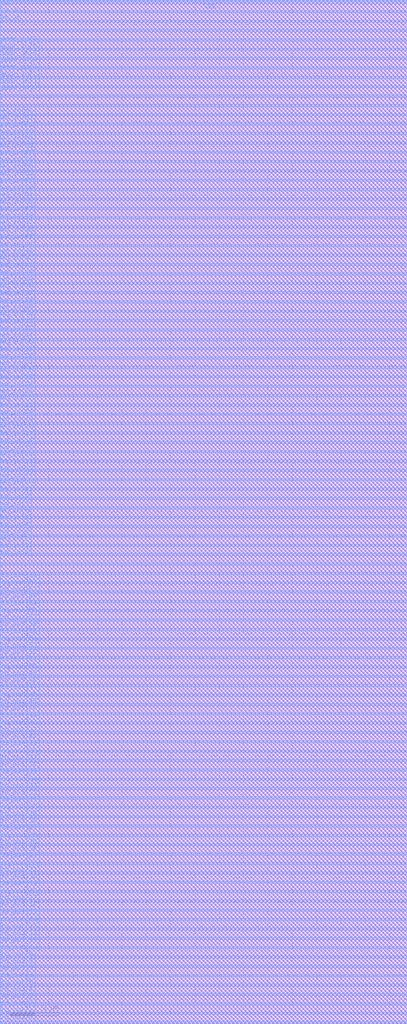
<source format=lef>
# Generated by FakeRAM 2.0
VERSION 5.7 ;
BUSBITCHARS "[]" ;
PROPERTYDEFINITIONS
  MACRO width INTEGER ;
  MACRO depth INTEGER ;
  MACRO banks INTEGER ;
END PROPERTYDEFINITIONS
MACRO fakeram_256x64_bottom
  PROPERTY width 64 ;
  PROPERTY depth 256 ;
  PROPERTY banks 2 ;
  FOREIGN fakeram_256x64_bottom 0 0 ;
  SYMMETRY X Y R90 ;
  SIZE 16.720 BY 42.000 ;
  CLASS BLOCK ;
  PIN rd_out[0]
    DIRECTION OUTPUT ;
    USE SIGNAL ;
    SHAPE ABUTMENT ;
    PORT
      LAYER M4 ;
      RECT 0.000 0.048 0.024 0.072 ;
    END
  END rd_out[0]
  PIN rd_out[1]
    DIRECTION OUTPUT ;
    USE SIGNAL ;
    SHAPE ABUTMENT ;
    PORT
      LAYER M4 ;
      RECT 0.000 0.336 0.024 0.360 ;
    END
  END rd_out[1]
  PIN rd_out[2]
    DIRECTION OUTPUT ;
    USE SIGNAL ;
    SHAPE ABUTMENT ;
    PORT
      LAYER M4 ;
      RECT 0.000 0.624 0.024 0.648 ;
    END
  END rd_out[2]
  PIN rd_out[3]
    DIRECTION OUTPUT ;
    USE SIGNAL ;
    SHAPE ABUTMENT ;
    PORT
      LAYER M4 ;
      RECT 0.000 0.912 0.024 0.936 ;
    END
  END rd_out[3]
  PIN rd_out[4]
    DIRECTION OUTPUT ;
    USE SIGNAL ;
    SHAPE ABUTMENT ;
    PORT
      LAYER M4 ;
      RECT 0.000 1.200 0.024 1.224 ;
    END
  END rd_out[4]
  PIN rd_out[5]
    DIRECTION OUTPUT ;
    USE SIGNAL ;
    SHAPE ABUTMENT ;
    PORT
      LAYER M4 ;
      RECT 0.000 1.488 0.024 1.512 ;
    END
  END rd_out[5]
  PIN rd_out[6]
    DIRECTION OUTPUT ;
    USE SIGNAL ;
    SHAPE ABUTMENT ;
    PORT
      LAYER M4 ;
      RECT 0.000 1.776 0.024 1.800 ;
    END
  END rd_out[6]
  PIN rd_out[7]
    DIRECTION OUTPUT ;
    USE SIGNAL ;
    SHAPE ABUTMENT ;
    PORT
      LAYER M4 ;
      RECT 0.000 2.064 0.024 2.088 ;
    END
  END rd_out[7]
  PIN rd_out[8]
    DIRECTION OUTPUT ;
    USE SIGNAL ;
    SHAPE ABUTMENT ;
    PORT
      LAYER M4 ;
      RECT 0.000 2.352 0.024 2.376 ;
    END
  END rd_out[8]
  PIN rd_out[9]
    DIRECTION OUTPUT ;
    USE SIGNAL ;
    SHAPE ABUTMENT ;
    PORT
      LAYER M4 ;
      RECT 0.000 2.640 0.024 2.664 ;
    END
  END rd_out[9]
  PIN rd_out[10]
    DIRECTION OUTPUT ;
    USE SIGNAL ;
    SHAPE ABUTMENT ;
    PORT
      LAYER M4 ;
      RECT 0.000 2.928 0.024 2.952 ;
    END
  END rd_out[10]
  PIN rd_out[11]
    DIRECTION OUTPUT ;
    USE SIGNAL ;
    SHAPE ABUTMENT ;
    PORT
      LAYER M4 ;
      RECT 0.000 3.216 0.024 3.240 ;
    END
  END rd_out[11]
  PIN rd_out[12]
    DIRECTION OUTPUT ;
    USE SIGNAL ;
    SHAPE ABUTMENT ;
    PORT
      LAYER M4 ;
      RECT 0.000 3.504 0.024 3.528 ;
    END
  END rd_out[12]
  PIN rd_out[13]
    DIRECTION OUTPUT ;
    USE SIGNAL ;
    SHAPE ABUTMENT ;
    PORT
      LAYER M4 ;
      RECT 0.000 3.792 0.024 3.816 ;
    END
  END rd_out[13]
  PIN rd_out[14]
    DIRECTION OUTPUT ;
    USE SIGNAL ;
    SHAPE ABUTMENT ;
    PORT
      LAYER M4 ;
      RECT 0.000 4.080 0.024 4.104 ;
    END
  END rd_out[14]
  PIN rd_out[15]
    DIRECTION OUTPUT ;
    USE SIGNAL ;
    SHAPE ABUTMENT ;
    PORT
      LAYER M4 ;
      RECT 0.000 4.368 0.024 4.392 ;
    END
  END rd_out[15]
  PIN rd_out[16]
    DIRECTION OUTPUT ;
    USE SIGNAL ;
    SHAPE ABUTMENT ;
    PORT
      LAYER M4 ;
      RECT 0.000 4.656 0.024 4.680 ;
    END
  END rd_out[16]
  PIN rd_out[17]
    DIRECTION OUTPUT ;
    USE SIGNAL ;
    SHAPE ABUTMENT ;
    PORT
      LAYER M4 ;
      RECT 0.000 4.944 0.024 4.968 ;
    END
  END rd_out[17]
  PIN rd_out[18]
    DIRECTION OUTPUT ;
    USE SIGNAL ;
    SHAPE ABUTMENT ;
    PORT
      LAYER M4 ;
      RECT 0.000 5.232 0.024 5.256 ;
    END
  END rd_out[18]
  PIN rd_out[19]
    DIRECTION OUTPUT ;
    USE SIGNAL ;
    SHAPE ABUTMENT ;
    PORT
      LAYER M4 ;
      RECT 0.000 5.520 0.024 5.544 ;
    END
  END rd_out[19]
  PIN rd_out[20]
    DIRECTION OUTPUT ;
    USE SIGNAL ;
    SHAPE ABUTMENT ;
    PORT
      LAYER M4 ;
      RECT 0.000 5.808 0.024 5.832 ;
    END
  END rd_out[20]
  PIN rd_out[21]
    DIRECTION OUTPUT ;
    USE SIGNAL ;
    SHAPE ABUTMENT ;
    PORT
      LAYER M4 ;
      RECT 0.000 6.096 0.024 6.120 ;
    END
  END rd_out[21]
  PIN rd_out[22]
    DIRECTION OUTPUT ;
    USE SIGNAL ;
    SHAPE ABUTMENT ;
    PORT
      LAYER M4 ;
      RECT 0.000 6.384 0.024 6.408 ;
    END
  END rd_out[22]
  PIN rd_out[23]
    DIRECTION OUTPUT ;
    USE SIGNAL ;
    SHAPE ABUTMENT ;
    PORT
      LAYER M4 ;
      RECT 0.000 6.672 0.024 6.696 ;
    END
  END rd_out[23]
  PIN rd_out[24]
    DIRECTION OUTPUT ;
    USE SIGNAL ;
    SHAPE ABUTMENT ;
    PORT
      LAYER M4 ;
      RECT 0.000 6.960 0.024 6.984 ;
    END
  END rd_out[24]
  PIN rd_out[25]
    DIRECTION OUTPUT ;
    USE SIGNAL ;
    SHAPE ABUTMENT ;
    PORT
      LAYER M4 ;
      RECT 0.000 7.248 0.024 7.272 ;
    END
  END rd_out[25]
  PIN rd_out[26]
    DIRECTION OUTPUT ;
    USE SIGNAL ;
    SHAPE ABUTMENT ;
    PORT
      LAYER M4 ;
      RECT 0.000 7.536 0.024 7.560 ;
    END
  END rd_out[26]
  PIN rd_out[27]
    DIRECTION OUTPUT ;
    USE SIGNAL ;
    SHAPE ABUTMENT ;
    PORT
      LAYER M4 ;
      RECT 0.000 7.824 0.024 7.848 ;
    END
  END rd_out[27]
  PIN rd_out[28]
    DIRECTION OUTPUT ;
    USE SIGNAL ;
    SHAPE ABUTMENT ;
    PORT
      LAYER M4 ;
      RECT 0.000 8.112 0.024 8.136 ;
    END
  END rd_out[28]
  PIN rd_out[29]
    DIRECTION OUTPUT ;
    USE SIGNAL ;
    SHAPE ABUTMENT ;
    PORT
      LAYER M4 ;
      RECT 0.000 8.400 0.024 8.424 ;
    END
  END rd_out[29]
  PIN rd_out[30]
    DIRECTION OUTPUT ;
    USE SIGNAL ;
    SHAPE ABUTMENT ;
    PORT
      LAYER M4 ;
      RECT 0.000 8.688 0.024 8.712 ;
    END
  END rd_out[30]
  PIN rd_out[31]
    DIRECTION OUTPUT ;
    USE SIGNAL ;
    SHAPE ABUTMENT ;
    PORT
      LAYER M4 ;
      RECT 0.000 8.976 0.024 9.000 ;
    END
  END rd_out[31]
  PIN rd_out[32]
    DIRECTION OUTPUT ;
    USE SIGNAL ;
    SHAPE ABUTMENT ;
    PORT
      LAYER M4 ;
      RECT 0.000 9.264 0.024 9.288 ;
    END
  END rd_out[32]
  PIN rd_out[33]
    DIRECTION OUTPUT ;
    USE SIGNAL ;
    SHAPE ABUTMENT ;
    PORT
      LAYER M4 ;
      RECT 0.000 9.552 0.024 9.576 ;
    END
  END rd_out[33]
  PIN rd_out[34]
    DIRECTION OUTPUT ;
    USE SIGNAL ;
    SHAPE ABUTMENT ;
    PORT
      LAYER M4 ;
      RECT 0.000 9.840 0.024 9.864 ;
    END
  END rd_out[34]
  PIN rd_out[35]
    DIRECTION OUTPUT ;
    USE SIGNAL ;
    SHAPE ABUTMENT ;
    PORT
      LAYER M4 ;
      RECT 0.000 10.128 0.024 10.152 ;
    END
  END rd_out[35]
  PIN rd_out[36]
    DIRECTION OUTPUT ;
    USE SIGNAL ;
    SHAPE ABUTMENT ;
    PORT
      LAYER M4 ;
      RECT 0.000 10.416 0.024 10.440 ;
    END
  END rd_out[36]
  PIN rd_out[37]
    DIRECTION OUTPUT ;
    USE SIGNAL ;
    SHAPE ABUTMENT ;
    PORT
      LAYER M4 ;
      RECT 0.000 10.704 0.024 10.728 ;
    END
  END rd_out[37]
  PIN rd_out[38]
    DIRECTION OUTPUT ;
    USE SIGNAL ;
    SHAPE ABUTMENT ;
    PORT
      LAYER M4 ;
      RECT 0.000 10.992 0.024 11.016 ;
    END
  END rd_out[38]
  PIN rd_out[39]
    DIRECTION OUTPUT ;
    USE SIGNAL ;
    SHAPE ABUTMENT ;
    PORT
      LAYER M4 ;
      RECT 0.000 11.280 0.024 11.304 ;
    END
  END rd_out[39]
  PIN rd_out[40]
    DIRECTION OUTPUT ;
    USE SIGNAL ;
    SHAPE ABUTMENT ;
    PORT
      LAYER M4 ;
      RECT 0.000 11.568 0.024 11.592 ;
    END
  END rd_out[40]
  PIN rd_out[41]
    DIRECTION OUTPUT ;
    USE SIGNAL ;
    SHAPE ABUTMENT ;
    PORT
      LAYER M4 ;
      RECT 0.000 11.856 0.024 11.880 ;
    END
  END rd_out[41]
  PIN rd_out[42]
    DIRECTION OUTPUT ;
    USE SIGNAL ;
    SHAPE ABUTMENT ;
    PORT
      LAYER M4 ;
      RECT 0.000 12.144 0.024 12.168 ;
    END
  END rd_out[42]
  PIN rd_out[43]
    DIRECTION OUTPUT ;
    USE SIGNAL ;
    SHAPE ABUTMENT ;
    PORT
      LAYER M4 ;
      RECT 0.000 12.432 0.024 12.456 ;
    END
  END rd_out[43]
  PIN rd_out[44]
    DIRECTION OUTPUT ;
    USE SIGNAL ;
    SHAPE ABUTMENT ;
    PORT
      LAYER M4 ;
      RECT 0.000 12.720 0.024 12.744 ;
    END
  END rd_out[44]
  PIN rd_out[45]
    DIRECTION OUTPUT ;
    USE SIGNAL ;
    SHAPE ABUTMENT ;
    PORT
      LAYER M4 ;
      RECT 0.000 13.008 0.024 13.032 ;
    END
  END rd_out[45]
  PIN rd_out[46]
    DIRECTION OUTPUT ;
    USE SIGNAL ;
    SHAPE ABUTMENT ;
    PORT
      LAYER M4 ;
      RECT 0.000 13.296 0.024 13.320 ;
    END
  END rd_out[46]
  PIN rd_out[47]
    DIRECTION OUTPUT ;
    USE SIGNAL ;
    SHAPE ABUTMENT ;
    PORT
      LAYER M4 ;
      RECT 0.000 13.584 0.024 13.608 ;
    END
  END rd_out[47]
  PIN rd_out[48]
    DIRECTION OUTPUT ;
    USE SIGNAL ;
    SHAPE ABUTMENT ;
    PORT
      LAYER M4 ;
      RECT 0.000 13.872 0.024 13.896 ;
    END
  END rd_out[48]
  PIN rd_out[49]
    DIRECTION OUTPUT ;
    USE SIGNAL ;
    SHAPE ABUTMENT ;
    PORT
      LAYER M4 ;
      RECT 0.000 14.160 0.024 14.184 ;
    END
  END rd_out[49]
  PIN rd_out[50]
    DIRECTION OUTPUT ;
    USE SIGNAL ;
    SHAPE ABUTMENT ;
    PORT
      LAYER M4 ;
      RECT 0.000 14.448 0.024 14.472 ;
    END
  END rd_out[50]
  PIN rd_out[51]
    DIRECTION OUTPUT ;
    USE SIGNAL ;
    SHAPE ABUTMENT ;
    PORT
      LAYER M4 ;
      RECT 0.000 14.736 0.024 14.760 ;
    END
  END rd_out[51]
  PIN rd_out[52]
    DIRECTION OUTPUT ;
    USE SIGNAL ;
    SHAPE ABUTMENT ;
    PORT
      LAYER M4 ;
      RECT 0.000 15.024 0.024 15.048 ;
    END
  END rd_out[52]
  PIN rd_out[53]
    DIRECTION OUTPUT ;
    USE SIGNAL ;
    SHAPE ABUTMENT ;
    PORT
      LAYER M4 ;
      RECT 0.000 15.312 0.024 15.336 ;
    END
  END rd_out[53]
  PIN rd_out[54]
    DIRECTION OUTPUT ;
    USE SIGNAL ;
    SHAPE ABUTMENT ;
    PORT
      LAYER M4 ;
      RECT 0.000 15.600 0.024 15.624 ;
    END
  END rd_out[54]
  PIN rd_out[55]
    DIRECTION OUTPUT ;
    USE SIGNAL ;
    SHAPE ABUTMENT ;
    PORT
      LAYER M4 ;
      RECT 0.000 15.888 0.024 15.912 ;
    END
  END rd_out[55]
  PIN rd_out[56]
    DIRECTION OUTPUT ;
    USE SIGNAL ;
    SHAPE ABUTMENT ;
    PORT
      LAYER M4 ;
      RECT 0.000 16.176 0.024 16.200 ;
    END
  END rd_out[56]
  PIN rd_out[57]
    DIRECTION OUTPUT ;
    USE SIGNAL ;
    SHAPE ABUTMENT ;
    PORT
      LAYER M4 ;
      RECT 0.000 16.464 0.024 16.488 ;
    END
  END rd_out[57]
  PIN rd_out[58]
    DIRECTION OUTPUT ;
    USE SIGNAL ;
    SHAPE ABUTMENT ;
    PORT
      LAYER M4 ;
      RECT 0.000 16.752 0.024 16.776 ;
    END
  END rd_out[58]
  PIN rd_out[59]
    DIRECTION OUTPUT ;
    USE SIGNAL ;
    SHAPE ABUTMENT ;
    PORT
      LAYER M4 ;
      RECT 0.000 17.040 0.024 17.064 ;
    END
  END rd_out[59]
  PIN rd_out[60]
    DIRECTION OUTPUT ;
    USE SIGNAL ;
    SHAPE ABUTMENT ;
    PORT
      LAYER M4 ;
      RECT 0.000 17.328 0.024 17.352 ;
    END
  END rd_out[60]
  PIN rd_out[61]
    DIRECTION OUTPUT ;
    USE SIGNAL ;
    SHAPE ABUTMENT ;
    PORT
      LAYER M4 ;
      RECT 0.000 17.616 0.024 17.640 ;
    END
  END rd_out[61]
  PIN rd_out[62]
    DIRECTION OUTPUT ;
    USE SIGNAL ;
    SHAPE ABUTMENT ;
    PORT
      LAYER M4 ;
      RECT 0.000 17.904 0.024 17.928 ;
    END
  END rd_out[62]
  PIN rd_out[63]
    DIRECTION OUTPUT ;
    USE SIGNAL ;
    SHAPE ABUTMENT ;
    PORT
      LAYER M4 ;
      RECT 0.000 18.192 0.024 18.216 ;
    END
  END rd_out[63]
  PIN wd_in[0]
    DIRECTION INPUT ;
    USE SIGNAL ;
    SHAPE ABUTMENT ;
    PORT
      LAYER M4 ;
      RECT 0.000 19.104 0.024 19.128 ;
    END
  END wd_in[0]
  PIN wd_in[1]
    DIRECTION INPUT ;
    USE SIGNAL ;
    SHAPE ABUTMENT ;
    PORT
      LAYER M4 ;
      RECT 0.000 19.392 0.024 19.416 ;
    END
  END wd_in[1]
  PIN wd_in[2]
    DIRECTION INPUT ;
    USE SIGNAL ;
    SHAPE ABUTMENT ;
    PORT
      LAYER M4 ;
      RECT 0.000 19.680 0.024 19.704 ;
    END
  END wd_in[2]
  PIN wd_in[3]
    DIRECTION INPUT ;
    USE SIGNAL ;
    SHAPE ABUTMENT ;
    PORT
      LAYER M4 ;
      RECT 0.000 19.968 0.024 19.992 ;
    END
  END wd_in[3]
  PIN wd_in[4]
    DIRECTION INPUT ;
    USE SIGNAL ;
    SHAPE ABUTMENT ;
    PORT
      LAYER M4 ;
      RECT 0.000 20.256 0.024 20.280 ;
    END
  END wd_in[4]
  PIN wd_in[5]
    DIRECTION INPUT ;
    USE SIGNAL ;
    SHAPE ABUTMENT ;
    PORT
      LAYER M4 ;
      RECT 0.000 20.544 0.024 20.568 ;
    END
  END wd_in[5]
  PIN wd_in[6]
    DIRECTION INPUT ;
    USE SIGNAL ;
    SHAPE ABUTMENT ;
    PORT
      LAYER M4 ;
      RECT 0.000 20.832 0.024 20.856 ;
    END
  END wd_in[6]
  PIN wd_in[7]
    DIRECTION INPUT ;
    USE SIGNAL ;
    SHAPE ABUTMENT ;
    PORT
      LAYER M4 ;
      RECT 0.000 21.120 0.024 21.144 ;
    END
  END wd_in[7]
  PIN wd_in[8]
    DIRECTION INPUT ;
    USE SIGNAL ;
    SHAPE ABUTMENT ;
    PORT
      LAYER M4 ;
      RECT 0.000 21.408 0.024 21.432 ;
    END
  END wd_in[8]
  PIN wd_in[9]
    DIRECTION INPUT ;
    USE SIGNAL ;
    SHAPE ABUTMENT ;
    PORT
      LAYER M4 ;
      RECT 0.000 21.696 0.024 21.720 ;
    END
  END wd_in[9]
  PIN wd_in[10]
    DIRECTION INPUT ;
    USE SIGNAL ;
    SHAPE ABUTMENT ;
    PORT
      LAYER M4 ;
      RECT 0.000 21.984 0.024 22.008 ;
    END
  END wd_in[10]
  PIN wd_in[11]
    DIRECTION INPUT ;
    USE SIGNAL ;
    SHAPE ABUTMENT ;
    PORT
      LAYER M4 ;
      RECT 0.000 22.272 0.024 22.296 ;
    END
  END wd_in[11]
  PIN wd_in[12]
    DIRECTION INPUT ;
    USE SIGNAL ;
    SHAPE ABUTMENT ;
    PORT
      LAYER M4 ;
      RECT 0.000 22.560 0.024 22.584 ;
    END
  END wd_in[12]
  PIN wd_in[13]
    DIRECTION INPUT ;
    USE SIGNAL ;
    SHAPE ABUTMENT ;
    PORT
      LAYER M4 ;
      RECT 0.000 22.848 0.024 22.872 ;
    END
  END wd_in[13]
  PIN wd_in[14]
    DIRECTION INPUT ;
    USE SIGNAL ;
    SHAPE ABUTMENT ;
    PORT
      LAYER M4 ;
      RECT 0.000 23.136 0.024 23.160 ;
    END
  END wd_in[14]
  PIN wd_in[15]
    DIRECTION INPUT ;
    USE SIGNAL ;
    SHAPE ABUTMENT ;
    PORT
      LAYER M4 ;
      RECT 0.000 23.424 0.024 23.448 ;
    END
  END wd_in[15]
  PIN wd_in[16]
    DIRECTION INPUT ;
    USE SIGNAL ;
    SHAPE ABUTMENT ;
    PORT
      LAYER M4 ;
      RECT 0.000 23.712 0.024 23.736 ;
    END
  END wd_in[16]
  PIN wd_in[17]
    DIRECTION INPUT ;
    USE SIGNAL ;
    SHAPE ABUTMENT ;
    PORT
      LAYER M4 ;
      RECT 0.000 24.000 0.024 24.024 ;
    END
  END wd_in[17]
  PIN wd_in[18]
    DIRECTION INPUT ;
    USE SIGNAL ;
    SHAPE ABUTMENT ;
    PORT
      LAYER M4 ;
      RECT 0.000 24.288 0.024 24.312 ;
    END
  END wd_in[18]
  PIN wd_in[19]
    DIRECTION INPUT ;
    USE SIGNAL ;
    SHAPE ABUTMENT ;
    PORT
      LAYER M4 ;
      RECT 0.000 24.576 0.024 24.600 ;
    END
  END wd_in[19]
  PIN wd_in[20]
    DIRECTION INPUT ;
    USE SIGNAL ;
    SHAPE ABUTMENT ;
    PORT
      LAYER M4 ;
      RECT 0.000 24.864 0.024 24.888 ;
    END
  END wd_in[20]
  PIN wd_in[21]
    DIRECTION INPUT ;
    USE SIGNAL ;
    SHAPE ABUTMENT ;
    PORT
      LAYER M4 ;
      RECT 0.000 25.152 0.024 25.176 ;
    END
  END wd_in[21]
  PIN wd_in[22]
    DIRECTION INPUT ;
    USE SIGNAL ;
    SHAPE ABUTMENT ;
    PORT
      LAYER M4 ;
      RECT 0.000 25.440 0.024 25.464 ;
    END
  END wd_in[22]
  PIN wd_in[23]
    DIRECTION INPUT ;
    USE SIGNAL ;
    SHAPE ABUTMENT ;
    PORT
      LAYER M4 ;
      RECT 0.000 25.728 0.024 25.752 ;
    END
  END wd_in[23]
  PIN wd_in[24]
    DIRECTION INPUT ;
    USE SIGNAL ;
    SHAPE ABUTMENT ;
    PORT
      LAYER M4 ;
      RECT 0.000 26.016 0.024 26.040 ;
    END
  END wd_in[24]
  PIN wd_in[25]
    DIRECTION INPUT ;
    USE SIGNAL ;
    SHAPE ABUTMENT ;
    PORT
      LAYER M4 ;
      RECT 0.000 26.304 0.024 26.328 ;
    END
  END wd_in[25]
  PIN wd_in[26]
    DIRECTION INPUT ;
    USE SIGNAL ;
    SHAPE ABUTMENT ;
    PORT
      LAYER M4 ;
      RECT 0.000 26.592 0.024 26.616 ;
    END
  END wd_in[26]
  PIN wd_in[27]
    DIRECTION INPUT ;
    USE SIGNAL ;
    SHAPE ABUTMENT ;
    PORT
      LAYER M4 ;
      RECT 0.000 26.880 0.024 26.904 ;
    END
  END wd_in[27]
  PIN wd_in[28]
    DIRECTION INPUT ;
    USE SIGNAL ;
    SHAPE ABUTMENT ;
    PORT
      LAYER M4 ;
      RECT 0.000 27.168 0.024 27.192 ;
    END
  END wd_in[28]
  PIN wd_in[29]
    DIRECTION INPUT ;
    USE SIGNAL ;
    SHAPE ABUTMENT ;
    PORT
      LAYER M4 ;
      RECT 0.000 27.456 0.024 27.480 ;
    END
  END wd_in[29]
  PIN wd_in[30]
    DIRECTION INPUT ;
    USE SIGNAL ;
    SHAPE ABUTMENT ;
    PORT
      LAYER M4 ;
      RECT 0.000 27.744 0.024 27.768 ;
    END
  END wd_in[30]
  PIN wd_in[31]
    DIRECTION INPUT ;
    USE SIGNAL ;
    SHAPE ABUTMENT ;
    PORT
      LAYER M4 ;
      RECT 0.000 28.032 0.024 28.056 ;
    END
  END wd_in[31]
  PIN wd_in[32]
    DIRECTION INPUT ;
    USE SIGNAL ;
    SHAPE ABUTMENT ;
    PORT
      LAYER M4 ;
      RECT 0.000 28.320 0.024 28.344 ;
    END
  END wd_in[32]
  PIN wd_in[33]
    DIRECTION INPUT ;
    USE SIGNAL ;
    SHAPE ABUTMENT ;
    PORT
      LAYER M4 ;
      RECT 0.000 28.608 0.024 28.632 ;
    END
  END wd_in[33]
  PIN wd_in[34]
    DIRECTION INPUT ;
    USE SIGNAL ;
    SHAPE ABUTMENT ;
    PORT
      LAYER M4 ;
      RECT 0.000 28.896 0.024 28.920 ;
    END
  END wd_in[34]
  PIN wd_in[35]
    DIRECTION INPUT ;
    USE SIGNAL ;
    SHAPE ABUTMENT ;
    PORT
      LAYER M4 ;
      RECT 0.000 29.184 0.024 29.208 ;
    END
  END wd_in[35]
  PIN wd_in[36]
    DIRECTION INPUT ;
    USE SIGNAL ;
    SHAPE ABUTMENT ;
    PORT
      LAYER M4 ;
      RECT 0.000 29.472 0.024 29.496 ;
    END
  END wd_in[36]
  PIN wd_in[37]
    DIRECTION INPUT ;
    USE SIGNAL ;
    SHAPE ABUTMENT ;
    PORT
      LAYER M4 ;
      RECT 0.000 29.760 0.024 29.784 ;
    END
  END wd_in[37]
  PIN wd_in[38]
    DIRECTION INPUT ;
    USE SIGNAL ;
    SHAPE ABUTMENT ;
    PORT
      LAYER M4 ;
      RECT 0.000 30.048 0.024 30.072 ;
    END
  END wd_in[38]
  PIN wd_in[39]
    DIRECTION INPUT ;
    USE SIGNAL ;
    SHAPE ABUTMENT ;
    PORT
      LAYER M4 ;
      RECT 0.000 30.336 0.024 30.360 ;
    END
  END wd_in[39]
  PIN wd_in[40]
    DIRECTION INPUT ;
    USE SIGNAL ;
    SHAPE ABUTMENT ;
    PORT
      LAYER M4 ;
      RECT 0.000 30.624 0.024 30.648 ;
    END
  END wd_in[40]
  PIN wd_in[41]
    DIRECTION INPUT ;
    USE SIGNAL ;
    SHAPE ABUTMENT ;
    PORT
      LAYER M4 ;
      RECT 0.000 30.912 0.024 30.936 ;
    END
  END wd_in[41]
  PIN wd_in[42]
    DIRECTION INPUT ;
    USE SIGNAL ;
    SHAPE ABUTMENT ;
    PORT
      LAYER M4 ;
      RECT 0.000 31.200 0.024 31.224 ;
    END
  END wd_in[42]
  PIN wd_in[43]
    DIRECTION INPUT ;
    USE SIGNAL ;
    SHAPE ABUTMENT ;
    PORT
      LAYER M4 ;
      RECT 0.000 31.488 0.024 31.512 ;
    END
  END wd_in[43]
  PIN wd_in[44]
    DIRECTION INPUT ;
    USE SIGNAL ;
    SHAPE ABUTMENT ;
    PORT
      LAYER M4 ;
      RECT 0.000 31.776 0.024 31.800 ;
    END
  END wd_in[44]
  PIN wd_in[45]
    DIRECTION INPUT ;
    USE SIGNAL ;
    SHAPE ABUTMENT ;
    PORT
      LAYER M4 ;
      RECT 0.000 32.064 0.024 32.088 ;
    END
  END wd_in[45]
  PIN wd_in[46]
    DIRECTION INPUT ;
    USE SIGNAL ;
    SHAPE ABUTMENT ;
    PORT
      LAYER M4 ;
      RECT 0.000 32.352 0.024 32.376 ;
    END
  END wd_in[46]
  PIN wd_in[47]
    DIRECTION INPUT ;
    USE SIGNAL ;
    SHAPE ABUTMENT ;
    PORT
      LAYER M4 ;
      RECT 0.000 32.640 0.024 32.664 ;
    END
  END wd_in[47]
  PIN wd_in[48]
    DIRECTION INPUT ;
    USE SIGNAL ;
    SHAPE ABUTMENT ;
    PORT
      LAYER M4 ;
      RECT 0.000 32.928 0.024 32.952 ;
    END
  END wd_in[48]
  PIN wd_in[49]
    DIRECTION INPUT ;
    USE SIGNAL ;
    SHAPE ABUTMENT ;
    PORT
      LAYER M4 ;
      RECT 0.000 33.216 0.024 33.240 ;
    END
  END wd_in[49]
  PIN wd_in[50]
    DIRECTION INPUT ;
    USE SIGNAL ;
    SHAPE ABUTMENT ;
    PORT
      LAYER M4 ;
      RECT 0.000 33.504 0.024 33.528 ;
    END
  END wd_in[50]
  PIN wd_in[51]
    DIRECTION INPUT ;
    USE SIGNAL ;
    SHAPE ABUTMENT ;
    PORT
      LAYER M4 ;
      RECT 0.000 33.792 0.024 33.816 ;
    END
  END wd_in[51]
  PIN wd_in[52]
    DIRECTION INPUT ;
    USE SIGNAL ;
    SHAPE ABUTMENT ;
    PORT
      LAYER M4 ;
      RECT 0.000 34.080 0.024 34.104 ;
    END
  END wd_in[52]
  PIN wd_in[53]
    DIRECTION INPUT ;
    USE SIGNAL ;
    SHAPE ABUTMENT ;
    PORT
      LAYER M4 ;
      RECT 0.000 34.368 0.024 34.392 ;
    END
  END wd_in[53]
  PIN wd_in[54]
    DIRECTION INPUT ;
    USE SIGNAL ;
    SHAPE ABUTMENT ;
    PORT
      LAYER M4 ;
      RECT 0.000 34.656 0.024 34.680 ;
    END
  END wd_in[54]
  PIN wd_in[55]
    DIRECTION INPUT ;
    USE SIGNAL ;
    SHAPE ABUTMENT ;
    PORT
      LAYER M4 ;
      RECT 0.000 34.944 0.024 34.968 ;
    END
  END wd_in[55]
  PIN wd_in[56]
    DIRECTION INPUT ;
    USE SIGNAL ;
    SHAPE ABUTMENT ;
    PORT
      LAYER M4 ;
      RECT 0.000 35.232 0.024 35.256 ;
    END
  END wd_in[56]
  PIN wd_in[57]
    DIRECTION INPUT ;
    USE SIGNAL ;
    SHAPE ABUTMENT ;
    PORT
      LAYER M4 ;
      RECT 0.000 35.520 0.024 35.544 ;
    END
  END wd_in[57]
  PIN wd_in[58]
    DIRECTION INPUT ;
    USE SIGNAL ;
    SHAPE ABUTMENT ;
    PORT
      LAYER M4 ;
      RECT 0.000 35.808 0.024 35.832 ;
    END
  END wd_in[58]
  PIN wd_in[59]
    DIRECTION INPUT ;
    USE SIGNAL ;
    SHAPE ABUTMENT ;
    PORT
      LAYER M4 ;
      RECT 0.000 36.096 0.024 36.120 ;
    END
  END wd_in[59]
  PIN wd_in[60]
    DIRECTION INPUT ;
    USE SIGNAL ;
    SHAPE ABUTMENT ;
    PORT
      LAYER M4 ;
      RECT 0.000 36.384 0.024 36.408 ;
    END
  END wd_in[60]
  PIN wd_in[61]
    DIRECTION INPUT ;
    USE SIGNAL ;
    SHAPE ABUTMENT ;
    PORT
      LAYER M4 ;
      RECT 0.000 36.672 0.024 36.696 ;
    END
  END wd_in[61]
  PIN wd_in[62]
    DIRECTION INPUT ;
    USE SIGNAL ;
    SHAPE ABUTMENT ;
    PORT
      LAYER M4 ;
      RECT 0.000 36.960 0.024 36.984 ;
    END
  END wd_in[62]
  PIN wd_in[63]
    DIRECTION INPUT ;
    USE SIGNAL ;
    SHAPE ABUTMENT ;
    PORT
      LAYER M4 ;
      RECT 0.000 37.248 0.024 37.272 ;
    END
  END wd_in[63]
  PIN addr_in[0]
    DIRECTION INPUT ;
    USE SIGNAL ;
    SHAPE ABUTMENT ;
    PORT
      LAYER M4 ;
      RECT 0.000 38.160 0.024 38.184 ;
    END
  END addr_in[0]
  PIN addr_in[1]
    DIRECTION INPUT ;
    USE SIGNAL ;
    SHAPE ABUTMENT ;
    PORT
      LAYER M4 ;
      RECT 0.000 38.448 0.024 38.472 ;
    END
  END addr_in[1]
  PIN addr_in[2]
    DIRECTION INPUT ;
    USE SIGNAL ;
    SHAPE ABUTMENT ;
    PORT
      LAYER M4 ;
      RECT 0.000 38.736 0.024 38.760 ;
    END
  END addr_in[2]
  PIN addr_in[3]
    DIRECTION INPUT ;
    USE SIGNAL ;
    SHAPE ABUTMENT ;
    PORT
      LAYER M4 ;
      RECT 0.000 39.024 0.024 39.048 ;
    END
  END addr_in[3]
  PIN addr_in[4]
    DIRECTION INPUT ;
    USE SIGNAL ;
    SHAPE ABUTMENT ;
    PORT
      LAYER M4 ;
      RECT 0.000 39.312 0.024 39.336 ;
    END
  END addr_in[4]
  PIN addr_in[5]
    DIRECTION INPUT ;
    USE SIGNAL ;
    SHAPE ABUTMENT ;
    PORT
      LAYER M4 ;
      RECT 0.000 39.600 0.024 39.624 ;
    END
  END addr_in[5]
  PIN addr_in[6]
    DIRECTION INPUT ;
    USE SIGNAL ;
    SHAPE ABUTMENT ;
    PORT
      LAYER M4 ;
      RECT 0.000 39.888 0.024 39.912 ;
    END
  END addr_in[6]
  PIN addr_in[7]
    DIRECTION INPUT ;
    USE SIGNAL ;
    SHAPE ABUTMENT ;
    PORT
      LAYER M4 ;
      RECT 0.000 40.176 0.024 40.200 ;
    END
  END addr_in[7]
  PIN we_in
    DIRECTION INPUT ;
    USE SIGNAL ;
    SHAPE ABUTMENT ;
    PORT
      LAYER M4 ;
      RECT 0.000 41.088 0.024 41.112 ;
    END
  END we_in
  PIN ce_in
    DIRECTION INPUT ;
    USE SIGNAL ;
    SHAPE ABUTMENT ;
    PORT
      LAYER M4 ;
      RECT 0.000 41.376 0.024 41.400 ;
    END
  END ce_in
  PIN clk
    DIRECTION INPUT ;
    USE SIGNAL ;
    SHAPE ABUTMENT ;
    PORT
      LAYER M4 ;
      RECT 0.000 41.664 0.024 41.688 ;
    END
  END clk
  PIN VSS
    DIRECTION INOUT ;
    USE GROUND ;
    PORT
      LAYER M4 ;
      RECT 0.048 0.000 16.672 0.096 ;
      RECT 0.048 0.768 16.672 0.864 ;
      RECT 0.048 1.536 16.672 1.632 ;
      RECT 0.048 2.304 16.672 2.400 ;
      RECT 0.048 3.072 16.672 3.168 ;
      RECT 0.048 3.840 16.672 3.936 ;
      RECT 0.048 4.608 16.672 4.704 ;
      RECT 0.048 5.376 16.672 5.472 ;
      RECT 0.048 6.144 16.672 6.240 ;
      RECT 0.048 6.912 16.672 7.008 ;
      RECT 0.048 7.680 16.672 7.776 ;
      RECT 0.048 8.448 16.672 8.544 ;
      RECT 0.048 9.216 16.672 9.312 ;
      RECT 0.048 9.984 16.672 10.080 ;
      RECT 0.048 10.752 16.672 10.848 ;
      RECT 0.048 11.520 16.672 11.616 ;
      RECT 0.048 12.288 16.672 12.384 ;
      RECT 0.048 13.056 16.672 13.152 ;
      RECT 0.048 13.824 16.672 13.920 ;
      RECT 0.048 14.592 16.672 14.688 ;
      RECT 0.048 15.360 16.672 15.456 ;
      RECT 0.048 16.128 16.672 16.224 ;
      RECT 0.048 16.896 16.672 16.992 ;
      RECT 0.048 17.664 16.672 17.760 ;
      RECT 0.048 18.432 16.672 18.528 ;
      RECT 0.048 19.200 16.672 19.296 ;
      RECT 0.048 19.968 16.672 20.064 ;
      RECT 0.048 20.736 16.672 20.832 ;
      RECT 0.048 21.504 16.672 21.600 ;
      RECT 0.048 22.272 16.672 22.368 ;
      RECT 0.048 23.040 16.672 23.136 ;
      RECT 0.048 23.808 16.672 23.904 ;
      RECT 0.048 24.576 16.672 24.672 ;
      RECT 0.048 25.344 16.672 25.440 ;
      RECT 0.048 26.112 16.672 26.208 ;
      RECT 0.048 26.880 16.672 26.976 ;
      RECT 0.048 27.648 16.672 27.744 ;
      RECT 0.048 28.416 16.672 28.512 ;
      RECT 0.048 29.184 16.672 29.280 ;
      RECT 0.048 29.952 16.672 30.048 ;
      RECT 0.048 30.720 16.672 30.816 ;
      RECT 0.048 31.488 16.672 31.584 ;
      RECT 0.048 32.256 16.672 32.352 ;
      RECT 0.048 33.024 16.672 33.120 ;
      RECT 0.048 33.792 16.672 33.888 ;
      RECT 0.048 34.560 16.672 34.656 ;
      RECT 0.048 35.328 16.672 35.424 ;
      RECT 0.048 36.096 16.672 36.192 ;
      RECT 0.048 36.864 16.672 36.960 ;
      RECT 0.048 37.632 16.672 37.728 ;
      RECT 0.048 38.400 16.672 38.496 ;
      RECT 0.048 39.168 16.672 39.264 ;
      RECT 0.048 39.936 16.672 40.032 ;
      RECT 0.048 40.704 16.672 40.800 ;
      RECT 0.048 41.472 16.672 41.568 ;
    END
  END VSS
  PIN VDD
    DIRECTION INOUT ;
    USE POWER ;
    PORT
      LAYER M4 ;
      RECT 0.048 0.384 16.672 0.480 ;
      RECT 0.048 1.152 16.672 1.248 ;
      RECT 0.048 1.920 16.672 2.016 ;
      RECT 0.048 2.688 16.672 2.784 ;
      RECT 0.048 3.456 16.672 3.552 ;
      RECT 0.048 4.224 16.672 4.320 ;
      RECT 0.048 4.992 16.672 5.088 ;
      RECT 0.048 5.760 16.672 5.856 ;
      RECT 0.048 6.528 16.672 6.624 ;
      RECT 0.048 7.296 16.672 7.392 ;
      RECT 0.048 8.064 16.672 8.160 ;
      RECT 0.048 8.832 16.672 8.928 ;
      RECT 0.048 9.600 16.672 9.696 ;
      RECT 0.048 10.368 16.672 10.464 ;
      RECT 0.048 11.136 16.672 11.232 ;
      RECT 0.048 11.904 16.672 12.000 ;
      RECT 0.048 12.672 16.672 12.768 ;
      RECT 0.048 13.440 16.672 13.536 ;
      RECT 0.048 14.208 16.672 14.304 ;
      RECT 0.048 14.976 16.672 15.072 ;
      RECT 0.048 15.744 16.672 15.840 ;
      RECT 0.048 16.512 16.672 16.608 ;
      RECT 0.048 17.280 16.672 17.376 ;
      RECT 0.048 18.048 16.672 18.144 ;
      RECT 0.048 18.816 16.672 18.912 ;
      RECT 0.048 19.584 16.672 19.680 ;
      RECT 0.048 20.352 16.672 20.448 ;
      RECT 0.048 21.120 16.672 21.216 ;
      RECT 0.048 21.888 16.672 21.984 ;
      RECT 0.048 22.656 16.672 22.752 ;
      RECT 0.048 23.424 16.672 23.520 ;
      RECT 0.048 24.192 16.672 24.288 ;
      RECT 0.048 24.960 16.672 25.056 ;
      RECT 0.048 25.728 16.672 25.824 ;
      RECT 0.048 26.496 16.672 26.592 ;
      RECT 0.048 27.264 16.672 27.360 ;
      RECT 0.048 28.032 16.672 28.128 ;
      RECT 0.048 28.800 16.672 28.896 ;
      RECT 0.048 29.568 16.672 29.664 ;
      RECT 0.048 30.336 16.672 30.432 ;
      RECT 0.048 31.104 16.672 31.200 ;
      RECT 0.048 31.872 16.672 31.968 ;
      RECT 0.048 32.640 16.672 32.736 ;
      RECT 0.048 33.408 16.672 33.504 ;
      RECT 0.048 34.176 16.672 34.272 ;
      RECT 0.048 34.944 16.672 35.040 ;
      RECT 0.048 35.712 16.672 35.808 ;
      RECT 0.048 36.480 16.672 36.576 ;
      RECT 0.048 37.248 16.672 37.344 ;
      RECT 0.048 38.016 16.672 38.112 ;
      RECT 0.048 38.784 16.672 38.880 ;
      RECT 0.048 39.552 16.672 39.648 ;
      RECT 0.048 40.320 16.672 40.416 ;
      RECT 0.048 41.088 16.672 41.184 ;
      RECT 0.048 41.856 16.672 41.952 ;
    END
  END VDD
  OBS
    LAYER M1 ;
    RECT 0 0 16.720 42.000 ;
    LAYER M2 ;
    RECT 0 0 16.720 42.000 ;
    LAYER M3 ;
    RECT 0 0 16.720 42.000 ;
    LAYER M4 ;
    RECT 0 0 16.720 42.000 ;
  END
END fakeram_256x64_bottom

END LIBRARY

</source>
